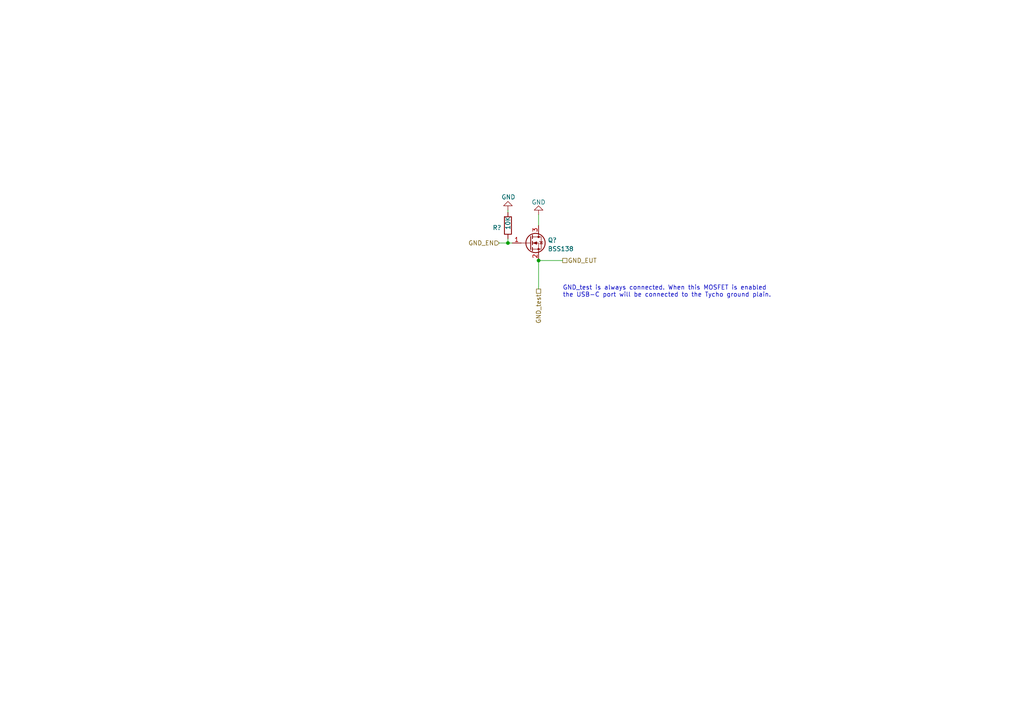
<source format=kicad_sch>
(kicad_sch (version 20211123) (generator eeschema)
  (paper "A4")
  (lib_symbols
    (symbol "Device:R" (pin_numbers hide) (pin_names (offset 0))
      (property "Reference" "R" (at 2.032 0 90))
      (property "Value" "R" (at 0 0 90))
      (symbol "R_0_1"
        (rectangle (start -1.016 -2.54) (end 1.016 2.54) (stroke (width 0.254)))
      )
      (symbol "R_1_1"
        (pin passive line (at 0 3.81 270) (length 1.27) (name "~") (number "1"))
        (pin passive line (at 0 -3.81 90) (length 1.27) (name "~") (number "2"))
      )
    )
    (symbol "Transistor_FET:BSS138" (pin_names hide)
      (property "Reference" "Q" (at 5.08 1.905 0))
      (property "Value" "BSS138" (at 5.08 0 0))
      (symbol "BSS138_0_1"
        (polyline (pts (xy 0.254 0) (xy -2.54 0)))
        (polyline (pts (xy 0.254 1.905) (xy 0.254 -1.905)) (stroke (width 0.254)))
        (polyline (pts (xy 0.762 -1.27) (xy 0.762 -2.286)) (stroke (width 0.254)))
        (polyline (pts (xy 0.762 0.508) (xy 0.762 -0.508)) (stroke (width 0.254)))
        (polyline (pts (xy 0.762 2.286) (xy 0.762 1.27)) (stroke (width 0.254)))
        (polyline (pts (xy 2.54 2.54) (xy 2.54 1.778)))
        (polyline (pts (xy 2.54 -2.54) (xy 2.54 0) (xy 0.762 0)))
        (polyline (pts (xy 0.762 -1.778) (xy 3.302 -1.778) (xy 3.302 1.778) (xy 0.762 1.778)))
        (polyline (pts (xy 1.016 0) (xy 2.032 0.381) (xy 2.032 -0.381) (xy 1.016 0)) (fill (type outline)))
        (polyline (pts (xy 2.794 0.508) (xy 2.921 0.381) (xy 3.683 0.381) (xy 3.81 0.254)))
        (polyline (pts (xy 3.302 0.381) (xy 2.921 -0.254) (xy 3.683 -0.254) (xy 3.302 0.381)))
        (circle (center 1.651 0) (radius 2.794) (stroke (width 0.254)))
        (circle (center 2.54 -1.778) (radius 0.254) (fill (type outline)))
        (circle (center 2.54 1.778) (radius 0.254) (fill (type outline)))
      )
      (symbol "BSS138_1_1"
        (pin input line (at -5.08 0 0) (length 2.54) (name "G") (number "1"))
        (pin passive line (at 2.54 -5.08 90) (length 2.54) (name "S") (number "2"))
        (pin passive line (at 2.54 5.08 270) (length 2.54) (name "D") (number "3"))
      )
    )
    (symbol "power:GND" (power) (pin_names (offset 0))
      (property "Value" "GND" (at 0 -3.81 0))
      (symbol "GND_0_1"
        (polyline (pts (xy 0 0) (xy 0 -1.27) (xy 1.27 -1.27) (xy 0 -2.54) (xy -1.27 -1.27) (xy 0 -1.27)))
      )
      (symbol "GND_1_1"
        (pin power_in line (at 0 0 270) (length 0) hide (name "GND") (number "1"))
      )
    )
  )
  (junction (at 156.21 75.565))
  (junction (at 147.32 70.485))
  (wire (pts (xy 147.32 69.215) (xy 147.32 70.485)))
  (wire (pts (xy 147.32 60.96) (xy 147.32 61.595)))
  (wire (pts (xy 144.78 70.485) (xy 147.32 70.485)))
  (wire (pts (xy 156.21 62.23) (xy 156.21 65.405)))
  (wire (pts (xy 156.21 75.565) (xy 163.195 75.565)))
  (wire (pts (xy 147.32 70.485) (xy 148.59 70.485)))
  (wire (pts (xy 156.21 75.565) (xy 156.21 83.82)))
  (text "GND_test is always connected. When this MOSFET is enabled\nthe USB-C port will be connected to the Tycho ground plain." (at 163.195 86.36 0) (effects (font (size 1.27 1.27)) (justify left bottom)))
  (hierarchical_label "GND_test" (shape passive) (at 156.21 83.82 270))
  (hierarchical_label "GND_EUT" (shape passive) (at 163.195 75.565 0))
  (hierarchical_label "GND_EN" (shape input) (at 144.78 70.485 180))
  (symbol (lib_id "power:GND") (at 147.32 60.96 180) (unit 1)
    (property "Reference" "#PWR?" (effects hide))
    (property "Value" "GND" (at 145.415 57.15 0) (effects (justify right)))
  )
  (symbol (lib_id "Device:R") (at 147.32 65.405 0) (unit 1)
    (property "Reference" "R?" (at 142.875 66.04 0) (effects (justify left)))
    (property "Value" "10K" (at 147.32 66.675 90) (effects (justify left)))
    (property "Footprint" "Resistor_SMD:R_0603_1608Metric_Pad0.98x0.95mm_HandSolder" (effects hide))
    (property "Part Number" "RNCP0603FTD10K0" (effects hide))
    (property "Substitution" "any equivalent" (effects hide))
    (property "Manufacturer" "Stackpole Electronics Inc" (effects hide))
    (property "Description" "RES 10K OHM 1% 1/8W 0603" (effects hide))
  )
  (symbol (lib_id "power:GND") (at 156.21 62.23 180) (unit 1)
    (property "Reference" "#PWR?" (effects hide))
    (property "Value" "GND" (at 156.21 58.6542 0))
  )
  (symbol (lib_id "Transistor_FET:BSS138") (at 153.67 70.485 0) (unit 1)
    (property "Reference" "Q?" (at 158.877 69.6503 0) (effects (justify left)))
    (property "Value" "BSS138" (at 158.877 72.1872 0) (effects (justify left)))
    (property "Footprint" "Package_TO_SOT_SMD:SOT-23" (effects hide))
    (property "Datasheet" "https://www.onsemi.com/pub/Collateral/BSS138-D.PDF" (effects hide))
  )
)
</source>
